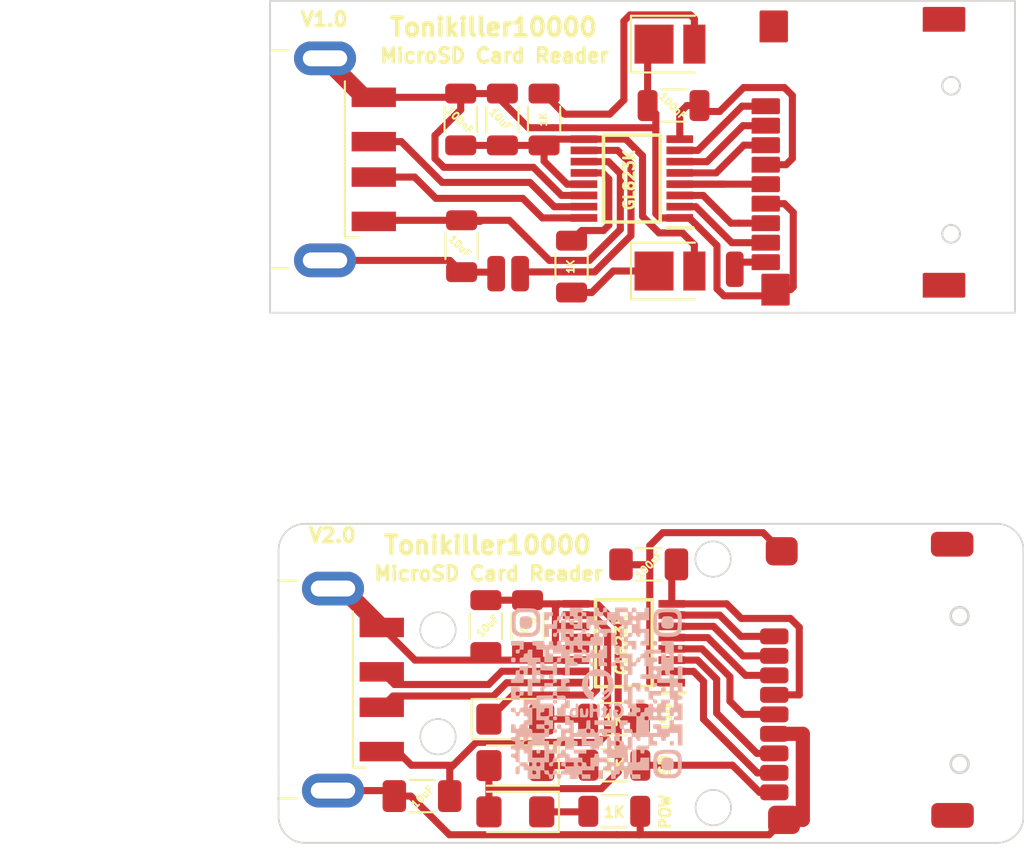
<source format=kicad_pcb>
(kicad_pcb (version 20211014) (generator pcbnew)
  (layers (0 "F.Cu" signal) (31 "B.Cu" signal) (34 "B.Paste" user) (35 "F.Paste" user) (36 "B.SilkS" user "B.Silkscreen") (37 "F.SilkS" user "F.Silkscreen") (38 "B.Mask" user) (39 "F.Mask" user) (44 "Edge.Cuts" user))
  (net 0 "")
  (net 1 "+")
  (net 2 "-")
  (footprint "LED_SMD:LED_PLCC_2835" (layer "F.Cu") (at 129.46 71.299999)
    (fp_text reference "D2" hide)
    (fp_text value "GREEN")
    (pad "1" smd rect (at -0.9 0) (size 2.2 2.2) (layers "F.Cu" "F.Paste" "F.Mask"))
    (pad "2" smd rect (at 1.375 0) (size 1.25 2.2) (layers "F.Cu" "F.Paste" "F.Mask"))
  )
  (footprint "Resistor_SMD:R_1206_3216Metric" (layer "F.Cu") (at 126.32717 111.98033)
    (fp_text reference "R1" hide)
    (fp_text value "1K" (at 0 0.05) (layer "F.SilkS") (effects (font (size 0.6 0.6))))
    (pad "1" smd roundrect (at -1.4625 0) (size 1.125 1.75) (layers "F.Cu" "F.Paste" "F.Mask") (roundrect_rratio 0.2222222222))
    (pad "2" smd roundrect (at 1.4625 0) (size 1.125 1.75) (layers "F.Cu" "F.Paste" "F.Mask") (roundrect_rratio 0.2222222222))
  )
  (footprint "Resistor_SMD:R_1206_3216Metric" (layer "F.Cu") (at 117.66 75.549999 -90)
    (fp_text reference "R1" hide)
    (fp_text value "100nF" (at 0.05 0.05 -45 unlocked) (layer "F.SilkS") (effects (font (size 0.4 0.4) (thickness 0.1))))
    (pad "1" smd roundrect (at -1.4625 0 270) (size 1.125 1.75) (layers "F.Cu" "F.Paste" "F.Mask") (roundrect_rratio 0.2222222222))
    (pad "2" smd roundrect (at 1.4625 0 270) (size 1.125 1.75) (layers "F.Cu" "F.Paste" "F.Mask") (roundrect_rratio 0.2222222222))
  )
  (footprint "" (layer "F.Cu") (at 145.36967 99.51033 90)
    (fp_text reference "" (at 0 0 90) (layer "F.SilkS") (effects (font (size 1.27 1.27))))
    (fp_text value "" (at 0 0 90) (layer "F.SilkS") (effects (font (size 1.27 1.27))))
    (pad "0" smd roundrect (at 0 0 180) (size 2.4 1.4) (layers "F.Cu" "F.Paste" "F.Mask"))
  )
  (footprint "LED_SMD:LED_PLCC_2835" (layer "F.Cu") (at 129.46 84.099999)
    (fp_text reference "D2" hide)
    (fp_text value "GREEN")
    (pad "1" smd rect (at -0.9 0) (size 2.2 2.2) (layers "F.Cu" "F.Paste" "F.Mask"))
    (pad "2" smd rect (at 1.375 0) (size 1.25 2.2) (layers "F.Cu" "F.Paste" "F.Mask"))
  )
  (footprint "" (layer "F.Cu") (at 135.33967 105.81033)
    (fp_text reference "" (at 0 0) (layer "F.SilkS") (effects (font (size 1.27 1.27))))
    (fp_text value "" (at 0 0) (layer "F.SilkS") (effects (font (size 1.27 1.27))))
    (pad "2" smd roundrect (at 0 0 90) (size 0.9 1.6) (layers "F.Cu" "F.Paste" "F.Mask"))
  )
  (footprint "" (layer "F.Cu") (at 135.33967 110.21033)
    (fp_text reference "" (at 0 0) (layer "F.SilkS") (effects (font (size 1.27 1.27))))
    (fp_text value "" (at 0 0) (layer "F.SilkS") (effects (font (size 1.27 1.27))))
    (pad "6" smd roundrect (at 0 0 90) (size 0.9 1.6) (layers "F.Cu" "F.Paste" "F.Mask"))
  )
  (footprint "" (layer "F.Cu") (at 135.88967 115.06033 90)
    (fp_text reference "" (at 0 0 90) (layer "F.SilkS") (effects (font (size 1.27 1.27))))
    (fp_text value "" (at 0 0 90) (layer "F.SilkS") (effects (font (size 1.27 1.27))))
    (pad "0" smd roundrect (at 0 0 180) (size 1.8 1.6) (layers "F.Cu" "F.Paste" "F.Mask"))
  )
  (footprint "Resistor_SMD:R_1206_3216Metric" (layer "F.Cu") (at 121.42967 104.13033 90)
    (fp_text reference "R1" hide)
    (fp_text value "100nF" (at 0.05 0.05 45 unlocked) (layer "F.SilkS") (effects (font (size 0.4 0.4) (thickness 0.1))))
    (pad "1" smd roundrect (at -1.4625 0 90) (size 1.125 1.75) (layers "F.Cu" "F.Paste" "F.Mask") (roundrect_rratio 0.2222222222))
    (pad "2" smd roundrect (at 1.4625 0 90) (size 1.125 1.75) (layers "F.Cu" "F.Paste" "F.Mask") (roundrect_rratio 0.2222222222))
  )
  (footprint "GL823K:SOP64P600X175-16N" (layer "F.Cu") (at 127.31 78.881999 180)
    (fp_text reference "IC**" hide)
    (fp_text value "GL823K" (at 0.15 -0.0825 90) (layer "F.SilkS") (effects (font (size 0.6 0.6))))
    (pad "1" smd rect (at -2.7 -2.222 270) (size 0.435 1.5) (layers "F.Cu" "F.Paste" "F.Mask"))
    (pad "2" smd rect (at -2.7 -1.588 270) (size 0.435 1.5) (layers "F.Cu" "F.Paste" "F.Mask"))
    (pad "3" smd rect (at -2.7 -0.952 270) (size 0.435 1.5) (layers "F.Cu" "F.Paste" "F.Mask"))
    (pad "4" smd rect (at -2.7 -0.318 270) (size 0.435 1.5) (layers "F.Cu" "F.Paste" "F.Mask"))
    (pad "5" smd rect (at -2.7 0.318 270) (size 0.435 1.5) (layers "F.Cu" "F.Paste" "F.Mask"))
    (pad "6" smd rect (at -2.7 0.952 270) (size 0.435 1.5) (layers "F.Cu" "F.Paste" "F.Mask"))
    (pad "7" smd rect (at -2.7 1.588 270) (size 0.435 1.5) (layers "F.Cu" "F.Paste" "F.Mask"))
    (pad "8" smd rect (at -2.7 2.222 270) (size 0.435 1.5) (layers "F.Cu" "F.Paste" "F.Mask"))
    (pad "9" smd rect (at 2.7 2.222 270) (size 0.435 1.5) (layers "F.Cu" "F.Paste" "F.Mask"))
    (pad "10" smd rect (at 2.7 1.588 270) (size 0.435 1.5) (layers "F.Cu" "F.Paste" "F.Mask"))
    (pad "11" smd rect (at 2.7 0.952 270) (size 0.435 1.5) (layers "F.Cu" "F.Paste" "F.Mask"))
    (pad "12" smd rect (at 2.7 0.318 270) (size 0.435 1.5) (layers "F.Cu" "F.Paste" "F.Mask"))
    (pad "13" smd rect (at 2.7 -0.318 270) (size 0.435 1.5) (layers "F.Cu" "F.Paste" "F.Mask"))
    (pad "14" smd rect (at 2.7 -0.952 270) (size 0.435 1.5) (layers "F.Cu" "F.Paste" "F.Mask"))
    (pad "15" smd rect (at 2.7 -1.588 270) (size 0.435 1.5) (layers "F.Cu" "F.Paste" "F.Mask"))
    (pad "16" smd rect (at 2.7 -2.222 270) (size 0.435 1.5) (layers "F.Cu" "F.Paste" "F.Mask"))
  )
  (footprint "Capacitor_SMD:C_1206_3216Metric_Pad1.33x1.80mm_HandSolder" (layer "F.Cu") (at 115.47967 113.72033 180)
    (fp_text reference "REF**" hide)
    (fp_text value "10uF" (at -0.02 -0.05 225) (layer "F.SilkS") (effects (font (size 0.4 0.4) (thickness 0.1))))
    (pad "1" smd roundrect (at -1.5625 0 180) (size 1.325 1.8) (layers "F.Cu" "F.Paste" "F.Mask") (roundrect_rratio 0.188679))
    (pad "2" smd roundrect (at 1.5625 0 180) (size 1.325 1.8) (layers "F.Cu" "F.Paste" "F.Mask") (roundrect_rratio 0.188679))
  )
  (footprint "GL823K:SOP64P600X175-16N" (layer "F.Cu") (at 126.85967 105.09783 180)
    (fp_text reference "IC**" hide)
    (fp_text value "GL823K" (at 0.15 -0.0825 90) (layer "F.SilkS") (effects (font (size 0.6 0.6))))
    (pad "1" smd rect (at -2.7 -2.222 270) (size 0.435 1.5) (layers "F.Cu" "F.Paste" "F.Mask"))
    (pad "2" smd rect (at -2.7 -1.588 270) (size 0.435 1.5) (layers "F.Cu" "F.Paste" "F.Mask"))
    (pad "3" smd rect (at -2.7 -0.952 270) (size 0.435 1.5) (layers "F.Cu" "F.Paste" "F.Mask"))
    (pad "4" smd rect (at -2.7 -0.318 270) (size 0.435 1.5) (layers "F.Cu" "F.Paste" "F.Mask"))
    (pad "5" smd rect (at -2.7 0.318 270) (size 0.435 1.5) (layers "F.Cu" "F.Paste" "F.Mask"))
    (pad "6" smd rect (at -2.7 0.952 270) (size 0.435 1.5) (layers "F.Cu" "F.Paste" "F.Mask"))
    (pad "7" smd rect (at -2.7 1.588 270) (size 0.435 1.5) (layers "F.Cu" "F.Paste" "F.Mask"))
    (pad "8" smd rect (at -2.7 2.222 270) (size 0.435 1.5) (layers "F.Cu" "F.Paste" "F.Mask"))
    (pad "9" smd rect (at 2.7 2.222 270) (size 0.435 1.5) (layers "F.Cu" "F.Paste" "F.Mask"))
    (pad "10" smd rect (at 2.7 1.588 270) (size 0.435 1.5) (layers "F.Cu" "F.Paste" "F.Mask"))
    (pad "11" smd rect (at 2.7 0.952 270) (size 0.435 1.5) (layers "F.Cu" "F.Paste" "F.Mask"))
    (pad "12" smd rect (at 2.7 0.318 270) (size 0.435 1.5) (layers "F.Cu" "F.Paste" "F.Mask"))
    (pad "13" smd rect (at 2.7 -0.318 270) (size 0.435 1.5) (layers "F.Cu" "F.Paste" "F.Mask"))
    (pad "14" smd rect (at 2.7 -0.952 270) (size 0.435 1.5) (layers "F.Cu" "F.Paste" "F.Mask"))
    (pad "15" smd rect (at 2.7 -1.588 270) (size 0.435 1.5) (layers "F.Cu" "F.Paste" "F.Mask") (net 1 "+"))
    (pad "16" smd rect (at 2.7 -2.222 270) (size 0.435 1.5) (layers "F.Cu" "F.Paste" "F.Mask") (net 2 "-"))
  )
  (footprint "Resistor_SMD:R_1206_3216Metric" (layer "F.Cu") (at 126.30717 109.38033)
    (fp_text reference "R1" hide)
    (fp_text value "1K" (at 0 0.05) (layer "F.SilkS") (effects (font (size 0.6 0.6))))
    (pad "1" smd roundrect (at -1.4625 0) (size 1.125 1.75) (layers "F.Cu" "F.Paste" "F.Mask") (roundrect_rratio 0.2222222222))
    (pad "2" smd roundrect (at 1.4625 0) (size 1.125 1.75) (layers "F.Cu" "F.Paste" "F.Mask") (roundrect_rratio 0.2222222222))
  )
  (footprint "" (layer "F.Cu") (at 133.11 83.999999 -90)
    (fp_text reference "" (at 0 0 90) (layer "F.SilkS") (effects (font (size 1.27 1.27))))
    (fp_text value "" (at 0 0 90) (layer "F.SilkS") (effects (font (size 1.27 1.27))))
    (pad "1" smd roundrect (at 0 0) (size 1 2) (layers "F.Cu" "F.Paste" "F.Mask"))
  )
  (footprint "" (layer "F.Cu") (at 145.38967 114.81033 90)
    (fp_text reference "" (at 0 0 90) (layer "F.SilkS") (effects (font (size 1.27 1.27))))
    (fp_text value "" (at 0 0 90) (layer "F.SilkS") (effects (font (size 1.27 1.27))))
    (pad "0" smd roundrect (at 0 0 180) (size 2.4 1.4) (layers "F.Cu" "F.Paste" "F.Mask"))
  )
  (footprint "Resistor_SMD:R_1206_3216Metric" (layer "F.Cu") (at 126.31717 114.58033)
    (fp_text reference "R1" hide)
    (fp_text value "1K" (at 0 0.05) (layer "F.SilkS") (effects (font (size 0.6 0.6))))
    (pad "1" smd roundrect (at -1.4625 0) (size 1.125 1.75) (layers "F.Cu" "F.Paste" "F.Mask") (roundrect_rratio 0.2222222222))
    (pad "2" smd roundrect (at 1.4625 0) (size 1.125 1.75) (layers "F.Cu" "F.Paste" "F.Mask") (roundrect_rratio 0.2222222222))
  )
  (footprint "Connector_Wire:SolderWirePad_1x01_SMD_1x2mm" (layer "F.Cu") (at 135.33967 104.71033 90)
    (fp_text reference "REF**" hide)
    (fp_text value "SolderWirePad_1x01_SMD_1x2mm")
    (pad "1" smd roundrect (at 0 0 90) (size 0.9 1.6) (layers "F.Cu" "F.Paste" "F.Mask"))
  )
  (footprint "" (layer "F.Cu") (at 135.33967 111.31033)
    (fp_text reference "" (at 0 0) (layer "F.SilkS") (effects (font (size 1.27 1.27))))
    (fp_text value "" (at 0 0) (layer "F.SilkS") (effects (font (size 1.27 1.27))))
    (pad "7" smd roundrect (at 0 0 90) (size 0.9 1.6) (layers "F.Cu" "F.Paste" "F.Mask"))
  )
  (footprint "Resistor_SMD:R_1206_3216Metric" (layer "F.Cu") (at 117.71 82.699999 -90)
    (fp_text reference "R1" hide)
    (fp_text value "10uF" (at 0 0.1 -45 unlocked) (layer "F.SilkS") (effects (font (size 0.4 0.4) (thickness 0.1))))
    (pad "1" smd roundrect (at -1.4625 0 270) (size 1.125 1.75) (layers "F.Cu" "F.Paste" "F.Mask") (roundrect_rratio 0.2222222222))
    (pad "2" smd roundrect (at 1.4625 0 270) (size 1.125 1.75) (layers "F.Cu" "F.Paste" "F.Mask") (roundrect_rratio 0.2222222222))
  )
  (footprint "Connector_Wire:SolderWirePad_1x01_SMD_1x2mm" (layer "F.Cu") (at 119.66 84.249999)
    (fp_text reference "REF**" hide)
    (fp_text value "SolderWirePad_1x01_SMD_1x2mm")
    (pad "1" smd roundrect (at 0 0) (size 1 2) (layers "F.Cu" "F.Paste" "F.Mask"))
  )
  (footprint "" (layer "F.Cu") (at 135.33967 113.51033)
    (fp_text reference "" (at 0 0) (layer "F.SilkS") (effects (font (size 1.27 1.27))))
    (fp_text value "" (at 0 0) (layer "F.SilkS") (effects (font (size 1.27 1.27))))
    (pad "9" smd roundrect (at 0 0 90) (size 0.9 1.6) (layers "F.Cu" "F.Paste" "F.Mask"))
  )
  (footprint "LED_SMD:LED_1206_3216Metric_Pad1.42x1.75mm_HandSolder" (layer "F.Cu") (at 120.73717 109.38033)
    (fp_text reference "REF**" hide)
    (fp_text value "LED_1206_3216Metric_Pad1.42x1.75mm_HandSolder")
    (pad "1" smd roundrect (at -1.4875 0) (size 1.425 1.75) (layers "F.Cu" "F.Paste" "F.Mask") (roundrect_rratio 0.175439))
    (pad "2" smd roundrect (at 1.4875 0) (size 1.425 1.75) (layers "F.Cu" "F.Paste" "F.Mask") (roundrect_rratio 0.175439))
  )
  (footprint "" (layer "F.Cu") (at 135.75967 99.91033 90)
    (fp_text reference "" (at 0 0 90) (layer "F.SilkS") (effects (font (size 1.27 1.27))))
    (fp_text value "" (at 0 0 90) (layer "F.SilkS") (effects (font (size 1.27 1.27))))
    (pad "0" smd roundrect (at 0 0 180) (size 1.8 1.6) (layers "F.Cu" "F.Paste" "F.Mask"))
  )
  (footprint "" (layer "F.Cu") (at 135.33967 112.41033)
    (fp_text reference "" (at 0 0) (layer "F.SilkS") (effects (font (size 1.27 1.27))))
    (fp_text value "" (at 0 0) (layer "F.SilkS") (effects (font (size 1.27 1.27))))
    (pad "8" smd roundrect (at 0 0 90) (size 0.9 1.6) (layers "F.Cu" "F.Paste" "F.Mask"))
  )
  (footprint "Connector_Wire:SolderWirePad_1x01_SMD_1x2mm" (layer "F.Cu") (at 121.01 84.249999)
    (fp_text reference "REF**" hide)
    (fp_text value "SolderWirePad_1x01_SMD_1x2mm")
    (pad "1" smd roundrect (at 0 0) (size 1 2) (layers "F.Cu" "F.Paste" "F.Mask"))
  )
  (footprint "LED_SMD:LED_1206_3216Metric_Pad1.42x1.75mm_HandSolder" (layer "F.Cu") (at 120.73967 114.61033 180)
    (fp_text reference "REF**" hide)
    (fp_text value "LED_1206_3216Metric_Pad1.42x1.75mm_HandSolder")
    (pad "1" smd roundrect (at -1.4875 0 180) (size 1.425 1.75) (layers "F.Cu" "F.Paste" "F.Mask") (roundrect_rratio 0.175439))
    (pad "2" smd roundrect (at 1.4875 0 180) (size 1.425 1.75) (layers "F.Cu" "F.Paste" "F.Mask") (roundrect_rratio 0.175439))
  )
  (footprint "Connector_USB:USB_A_CNCTech_1001-011-01101_Horizontal" (layer "F.Cu") (at 103.55967 107.71033 180)
    (fp_text reference "J1" hide)
    (fp_text value "USB_A")
    (pad "" np_thru_hole circle (at -6.9 2.3 180) (size 1.1 1.1) (drill 1.1) (layers *.Cu *.Mask))
    (pad "" np_thru_hole circle (at -6.9 -2.3 180) (size 1.1 1.1) (drill 1.1) (layers *.Cu *.Mask))
    (pad "1" smd rect (at -9.65 -3.5 180) (size 2.5 1.1) (layers "F.Cu" "F.Paste" "F.Mask"))
    (pad "2" smd rect (at -9.65 -1 180) (size 2.5 1.1) (layers "F.Cu" "F.Paste" "F.Mask") (net 2 "-"))
    (pad "3" smd rect (at -9.65 1 180) (size 2.5 1.1) (layers "F.Cu" "F.Paste" "F.Mask") (net 1 "+"))
    (pad "4" smd rect (at -9.65 3.5 180) (size 2.5 1.1) (layers "F.Cu" "F.Paste" "F.Mask"))
    (pad "5" thru_hole oval (at -6.9 5.7 180) (size 3.5 1.9) (drill oval 2.5 0.9) (layers *.Cu *.Mask))
    (pad "5" thru_hole oval (at -6.9 -5.7 180) (size 3.5 1.9) (drill oval 2.5 0.9) (layers *.Cu *.Mask))
  )
  (footprint "LED_SMD:LED_1206_3216Metric_Pad1.42x1.75mm_HandSolder" (layer "F.Cu") (at 120.73967 112.00033 180)
    (fp_text reference "REF**" hide)
    (fp_text value "LED_1206_3216Metric_Pad1.42x1.75mm_HandSolder")
    (pad "1" smd roundrect (at -1.4875 0 180) (size 1.425 1.75) (layers "F.Cu" "F.Paste" "F.Mask") (roundrect_rratio 0.175439))
    (pad "2" smd roundrect (at 1.4875 0 180) (size 1.425 1.75) (layers "F.Cu" "F.Paste" "F.Mask") (roundrect_rratio 0.175439))
  )
  (footprint "" (layer "F.Cu") (at 135.33967 108.01033)
    (fp_text reference "" (at 0 0) (layer "F.SilkS") (effects (font (size 1.27 1.27))))
    (fp_text value "" (at 0 0) (layer "F.SilkS") (effects (font (size 1.27 1.27))))
    (pad "4" smd roundrect (at 0 0 90) (size 0.9 1.6) (layers "F.Cu" "F.Paste" "F.Mask"))
  )
  (footprint "clipboard:b317c382-ba17-4104-904d-3b8d31d034b7" (layer "F.Cu") (at 144.61 69.849999 90)
    (fp_text reference "" (at -0.15 1.4 90) (layer "F.SilkS") (effects (font (size 1.27 1.27))))
    (fp_text value "" (at -0.15 1.4 90) (layer "F.SilkS") (effects (font (size 1.27 1.27))))
    (fp_rect (start -9.7 -10.45) (end -9 -9.05) (layer "F.Cu") (width 0.2) (fill solid))
    (fp_rect (start -6.4 -10.45) (end -5.7 -9.05) (layer "F.Cu") (width 0.2) (fill solid))
    (fp_rect (start -7.5 -10.45) (end -6.8 -9.05) (layer "F.Cu") (width 0.2) (fill solid))
    (fp_rect (start -8.6 -10.45) (end -7.9 -9.05) (layer "F.Cu") (width 0.2) (fill solid))
    (fp_rect (start -10.8 -10.45) (end -10.1 -9.05) (layer "F.Cu") (width 0.2) (fill solid))
    (fp_rect (start -15.65 -0.8) (end -14.45 1.4) (layer "F.Cu") (width 0.2) (fill solid))
    (fp_rect (start -5.3 -10.45) (end -4.6 -9.05) (layer "F.Cu") (width 0.2) (fill solid))
    (fp_rect (start -0.65 -0.8) (end 0.55 1.4) (layer "F.Cu") (width 0.2) (fill solid))
    (fp_rect (start -13 -10.45) (end -12.3 -9.05) (layer "F.Cu") (width 0.2) (fill solid))
    (fp_rect (start -16.1 -9.9) (end -14.5 -8.5) (layer "F.Cu") (width 0.2) (fill solid))
    (fp_rect (start -11.9 -10.45) (end -11.2 -9.05) (layer "F.Cu") (width 0.2) (fill solid))
    (fp_rect (start -14.1 -10.45) (end -13.4 -9.05) (layer "F.Cu") (width 0.2) (fill solid))
    (fp_rect (start -1.25 -10) (end 0.35 -8.6) (layer "F.Cu") (width 0.2) (fill solid))
    (fp_circle (center -3.8 0.7) (end -3.3 0.7) (layer "Edge.Cuts") (width 0.12) (fill none))
    (fp_circle (center -12.15 0.7) (end -11.65 0.7) (layer "Edge.Cuts") (width 0.12) (fill none))
  )
  (footprint "" (layer "F.Cu") (at 135.33967 109.11033)
    (fp_text reference "" (at 0 0) (layer "F.SilkS") (effects (font (size 1.27 1.27))))
    (fp_text value "" (at 0 0) (layer "F.SilkS") (effects (font (size 1.27 1.27))))
    (pad "5" smd roundrect (at 0 0 90) (size 0.9 1.6) (layers "F.Cu" "F.Paste" "F.Mask"))
  )
  (footprint "Connector_USB:USB_A_CNCTech_1001-011-01101_Horizontal" (layer "F.Cu") (at 103.11 77.799999 180)
    (fp_text reference "J1" hide)
    (fp_text value "USB_A")
    (pad "" np_thru_hole circle (at -6.9 2.3 180) (size 1.1 1.1) (drill 1.1) (layers *.Cu *.Mask))
    (pad "" np_thru_hole circle (at -6.9 -2.3 180) (size 1.1 1.1) (drill 1.1) (layers *.Cu *.Mask))
    (pad "1" smd rect (at -9.65 -3.5 180) (size 2.5 1.1) (layers "F.Cu" "F.Paste" "F.Mask"))
    (pad "2" smd rect (at -9.65 -1 180) (size 2.5 1.1) (layers "F.Cu" "F.Paste" "F.Mask"))
    (pad "3" smd rect (at -9.65 1 180) (size 2.5 1.1) (layers "F.Cu" "F.Paste" "F.Mask"))
    (pad "4" smd rect (at -9.65 3.5 180) (size 2.5 1.1) (layers "F.Cu" "F.Paste" "F.Mask"))
    (pad "5" thru_hole oval (at -6.9 5.7 180) (size 3.5 1.9) (drill oval 2.5 0.9) (layers *.Cu *.Mask))
    (pad "5" thru_hole oval (at -6.9 -5.7 180) (size 3.5 1.9) (drill oval 2.5 0.9) (layers *.Cu *.Mask))
  )
  (footprint "Resistor_SMD:R_1206_3216Metric" (layer "F.Cu") (at 129.66 74.764499)
    (fp_text reference "R1" hide)
    (fp_text value "100nF" (at -0.05 0.0355 135) (layer "F.SilkS") (effects (font (size 0.4 0.4) (thickness 0.1))))
    (pad "1" smd roundrect (at -1.4625 0) (size 1.125 1.75) (layers "F.Cu" "F.Paste" "F.Mask") (roundrect_rratio 0.2222222222))
    (pad "2" smd roundrect (at 1.4625 0) (size 1.125 1.75) (layers "F.Cu" "F.Paste" "F.Mask") (roundrect_rratio 0.2222222222))
  )
  (footprint "Resistor_SMD:R_1206_3216Metric" (layer "F.Cu") (at 120.01 75.549999 -90)
    (fp_text reference "R1" hide)
    (fp_text value "10uF" (at 0 0.1 -45 unlocked) (layer "F.SilkS") (effects (font (size 0.4 0.4) (thickness 0.1))))
    (pad "1" smd roundrect (at -1.4625 0 270) (size 1.125 1.75) (layers "F.Cu" "F.Paste" "F.Mask") (roundrect_rratio 0.2222222222))
    (pad "2" smd roundrect (at 1.4625 0 270) (size 1.125 1.75) (layers "F.Cu" "F.Paste" "F.Mask") (roundrect_rratio 0.2222222222))
  )
  (footprint "Resistor_SMD:R_1206_3216Metric" (layer "F.Cu") (at 122.36 75.549999 -90)
    (fp_text reference "R1" hide)
    (fp_text value "1K" (at 0 0.05 90) (layer "F.SilkS") (effects (font (size 0.4 0.4) (thickness 0.1))))
    (pad "1" smd roundrect (at -1.4625 0 270) (size 1.125 1.75) (layers "F.Cu" "F.Paste" "F.Mask") (roundrect_rratio 0.2222222222))
    (pad "2" smd roundrect (at 1.4625 0 270) (size 1.125 1.75) (layers "F.Cu" "F.Paste" "F.Mask") (roundrect_rratio 0.2222222222))
  )
  (footprint "" (layer "F.Cu") (at 135.33967 106.91033)
    (fp_text reference "" (at 0 0) (layer "F.SilkS") (effects (font (size 1.27 1.27))))
    (fp_text value "" (at 0 0) (layer "F.SilkS") (effects (font (size 1.27 1.27))))
    (pad "3" smd roundrect (at 0 0 90) (size 0.9 1.6) (layers "F.Cu" "F.Paste" "F.Mask"))
  )
  (footprint "Resistor_SMD:R_1206_3216Metric" (layer "F.Cu") (at 119.07967 104.13033 90)
    (fp_text reference "R1" hide)
    (fp_text value "10uF" (at 0 0.1 45 unlocked) (layer "F.SilkS") (effects (font (size 0.4 0.4) (thickness 0.1))))
    (pad "1" smd roundrect (at -1.4625 0 90) (size 1.125 1.75) (layers "F.Cu" "F.Paste" "F.Mask") (roundrect_rratio 0.2222222222))
    (pad "2" smd roundrect (at 1.4625 0 90) (size 1.125 1.75) (layers "F.Cu" "F.Paste" "F.Mask") (roundrect_rratio 0.2222222222))
  )
  (footprint "Resistor_SMD:R_1206_3216Metric" (layer "F.Cu") (at 123.91 83.849999 -90)
    (fp_text reference "R1" hide)
    (fp_text value "1K" (at 0 0.05 90) (layer "F.SilkS") (effects (font (size 0.4 0.4) (thickness 0.1))))
    (pad "1" smd roundrect (at -1.4625 0 270) (size 1.125 1.75) (layers "F.Cu" "F.Paste" "F.Mask") (roundrect_rratio 0.2222222222))
    (pad "2" smd roundrect (at 1.4625 0 270) (size 1.125 1.75) (layers "F.Cu" "F.Paste" "F.Mask") (roundrect_rratio 0.2222222222))
  )
  (footprint "Capacitor_SMD:C_1206_3216Metric_Pad1.33x1.80mm_HandSolder" (layer "F.Cu") (at 128.25967 100.65033 180)
    (fp_text reference "REF**" hide)
    (fp_text value "100nF" (at -0.02 -0.05 225) (layer "F.SilkS") (effects (font (size 0.4 0.4) (thickness 0.1))))
    (pad "1" smd roundrect (at -1.5625 0 180) (size 1.325 1.8) (layers "F.Cu" "F.Paste" "F.Mask") (roundrect_rratio 0.188679))
    (pad "2" smd roundrect (at 1.5625 0 180) (size 1.325 1.8) (layers "F.Cu" "F.Paste" "F.Mask") (roundrect_rratio 0.188679))
  )
  (footprint "LOGO" (layer "B.Cu") (at 125.386445 107.938815 180)
    (fp_text reference "G***" hide)
    (fp_text value "LOGO" hide)
  )
  (gr_line (start 107.39033 114.85967) (end 107.38967 99.86033) (layer "Edge.Cuts") (width 0.1))
  (gr_arc (start 149.38967 114.86033) (mid 148.95033 115.92099) (end 147.88967 116.36033) (layer "Edge.Cuts") (width 0.1))
  (gr_rect (start 106.91 68.86) (end 148.91 86.45) (layer "Edge.Cuts") (width 0.1) (fill none))
  (gr_circle (center 145.78967 103.56033) (end 146.28967 103.56033) (layer "Edge.Cuts") (width 0.15) (fill none))
  (gr_arc (start 107.38967 99.86033) (mid 107.82901 98.79967) (end 108.88967 98.36033) (layer "Edge.Cuts") (width 0.1))
  (gr_arc (start 108.89033 116.35967) (mid 107.82967 115.92033) (end 107.39033 114.85967) (layer "Edge.Cuts") (width 0.1))
  (gr_circle (center 131.89967 114.37033) (end 132.89967 114.37033) (layer "Edge.Cuts") (width 0.1) (fill none))
  (gr_line (start 149.38967 99.86033) (end 149.38967 114.86033) (layer "Edge.Cuts") (width 0.1))
  (gr_circle (center 145.78967 111.91033) (end 146.28967 111.91033) (layer "Edge.Cuts") (width 0.15) (fill none))
  (gr_line (start 147.88967 116.36033) (end 108.89033 116.35967) (layer "Edge.Cuts") (width 0.1))
  (gr_circle (center 116.37967 104.35033) (end 117.37967 104.35033) (layer "Edge.Cuts") (width 0.1) (fill none))
  (gr_arc (start 147.88967 98.36033) (mid 148.95033 98.79967) (end 149.38967 99.86033) (layer "Edge.Cuts") (width 0.1))
  (gr_line (start 108.88967 98.36033) (end 147.88967 98.36033) (layer "Edge.Cuts") (width 0.1))
  (gr_circle (center 116.37967 110.37033) (end 117.37967 110.37033) (layer "Edge.Cuts") (width 0.1) (fill none))
  (gr_circle (center 131.88967 100.35033) (end 132.88967 100.35033) (layer "Edge.Cuts") (width 0.1) (fill none))
  (gr_text "V2.0\n\n" (at 110.42967 99.65033) (layer "F.SilkS") (effects (font (size 0.8 0.8) (thickness 0.2))))
  (gr_text "POW" (at 129.19 114.61 90) (layer "F.SilkS") (effects (font (size 0.6 0.6))))
  (gr_text "MicroSD Card Reader" (at 119.56 71.949999) (layer "F.SilkS") (effects (font (size 0.8 0.8) (thickness 0.2))))
  (gr_text "SD" (at 129.17 111.99 90) (layer "F.SilkS") (effects (font (size 0.6 0.6))))
  (gr_text "\n" (at 126.525999 70.97 180) (layer "F.SilkS") (effects (font (size 1 1) (thickness 0.25))))
  (gr_text "USB" (at 129.23 109.39 90) (layer "F.SilkS") (effects (font (size 0.6 0.6))))
  (gr_text "Tonikiller10000\n" (at 119.51 70.349999) (layer "F.SilkS") (effects (font (size 1 1) (thickness 0.25))))
  (gr_text "V1.0" (at 109.96 69.899999) (layer "F.SilkS") (effects (font (size 0.8 0.8) (thickness 0.2))))
  (gr_text "MicroSD Card Reader" (at 119.22967 101.17033) (layer "F.SilkS") (effects (font (size 0.8 0.8) (thickness 0.2))))
  (gr_text "Tonikiller10000\n" (at 119.17967 99.57033) (layer "F.SilkS") (effects (font (size 1 1) (thickness 0.25))))
  (segment (start 131.0305 77.293999) (end 130.01 77.293999) (width 0.4) (layer "F.Cu") (net 0))
  (segment (start 126.06 75.249999) (end 123.5225 75.249999) (width 0.4) (layer "F.Cu") (net 0))
  (segment (start 128.1975 71.662499) (end 128.1975 74.764499) (width 0.4) (layer "F.Cu") (net 0))
  (segment (start 133.36 81.399999) (end 134.86 81.399999) (width 0.4) (layer "F.Cu") (net 0))
  (segment (start 132.83967 106.99033) (end 132.83967 108.37033) (width 0.4) (layer "F.Cu") (net 0))
  (segment (start 131.34967 107.25033) (end 130.78517 106.68583) (width 0.4) (layer "F.Cu") (net 0))
  (segment (start 117.4475 74.299999) (end 112.76 74.299999) (width 0.4) (layer "F.Cu") (net 0))
  (segment (start 123.25517 105.41583) (end 122.99967 105.16033) (width 0.4) (layer "F.Cu") (net 0))
  (segment (start 117.71 84.162499) (end 117.0475 83.499999) (width 0.4) (layer "F.Cu") (net 0))
  (segment (start 136.41 80.799999) (end 135.91 80.299999) (width 0.4) (layer "F.Cu") (net 0))
  (segment (start 125.21 84.149999) (end 127.26 82.099999) (width 0.4) (layer "F.Cu") (net 0))
  (segment (start 128.66 76.064499) (end 128.66 75.226999) (width 0.4) (layer "F.Cu") (net 0))
  (segment (start 130.01 81.103999) (end 130.5495 81.103999) (width 0.4) (layer "F.Cu") (net 0))
  (segment (start 124.15967 104.14583) (end 123.01517 104.14583) (width 0.4) (layer "F.Cu") (net 0))
  (segment (start 133.45967 104.71033) (end 135.33967 104.71033) (width 0.4) (layer "F.Cu") (net 0))
  (segment (start 133.51 83.599999) (end 133.11 83.999999) (width 0.4) (layer "F.Cu") (net 0))
  (segment (start 126.53967 104.07033) (end 126.53967 109.46033) (width 0.4) (layer "F.Cu") (net 0))
  (segment (start 124.61 80.469999) (end 122.93 80.469999) (width 0.4) (layer "F.Cu") (net 0))
  (segment (start 125.71 81.814499) (end 124.483 81.814499) (width 0.4) (layer "F.Cu") (net 0))
  (segment (start 127.91 81.014499) (end 128.8455 81.949999) (width 0.4) (layer "F.Cu") (net 0))
  (segment (start 129.55967 102.87583) (end 132.65517 102.87583) (width 0.4) (layer "F.Cu") (net 0))
  (segment (start 123.344 79.833999) (end 124.61 79.833999) (width 0.4) (layer "F.Cu") (net 0))
  (segment (start 134.51 83.599999) (end 133.51 83.599999) (width 0.4) (layer "F.Cu") (net 0))
  (segment (start 128.56 71.299999) (end 128.1975 71.662499) (width 0.4) (layer "F.Cu") (net 0))
  (segment (start 126.53967 109.46033) (end 126.61967 109.38033) (width 0.4) (layer "F.Cu") (net 0))
  (segment (start 134.37967 112.41033) (end 131.34967 109.38033) (width 0.4) (layer "F.Cu") (net 0))
  (segment (start 134.70967 98.86033) (end 135.75967 99.91033) (width 0.4) (layer "F.Cu") (net 0))
  (segment (start 130.835 71.299999) (end 130.835 69.874999) (width 0.4) (layer "F.Cu") (net 0))
  (segment (start 124.82467 114.61033) (end 124.85467 114.58033) (width 0.4) (layer "F.Cu") (net 0))
  (segment (start 122.8455 76.014499) (end 121.4745 76.014499) (width 0.4) (layer "F.Cu") (net 0))
  (segment (start 119.25967 113.28033) (end 119.25217 113.28783) (width 0.4) (layer "F.Cu") (net 0))
  (segment (start 133.5245 74.799999) (end 131.0305 77.293999) (width 0.4) (layer "F.Cu") (net 0))
  (segment (start 120.3975 81.237499) (end 117.71 81.237499) (width 0.4) (layer "F.Cu") (net 0))
  (segment (start 127.26 82.099999) (end 127.26 78.049999) (width 0.4) (layer "F.Cu") (net 0))
  (segment (start 126.71717 100.67033) (end 126.69717 100.65033) (width 0.4) (layer "F.Cu") (net 0))
  (segment (start 133.5745 75.899999) (end 131.5445 77.929999) (width 0.4) (layer "F.Cu") (net 0))
  (segment (start 128.31967 100.66033) (end 128.31967 99.59033) (width 0.4) (layer "F.Cu") (net 0))
  (segment (start 130.16 81.949999) (end 130.835 82.624999) (width 0.4) (layer "F.Cu") (net 0))
  (segment (start 135.33967 110.21033) (end 136.94967 110.21033) (width 0.8) (layer "F.Cu") (net 0))
  (segment (start 134.51467 113.51033) (end 133.20717 112.20283) (width 0.4) (layer "F.Cu") (net 0))
  (segment (start 126.66 81.749999) (end 124.91 83.499999) (width 0.4) (layer "F.Cu") (net 0))
  (segment (start 123.5225 75.249999) (end 122.36 74.087499) (width 0.4) (layer "F.Cu") (net 0))
  (segment (start 130.01 75.164499) (end 130.41 74.764499) (width 0.4) (layer "F.Cu") (net 0))
  (segment (start 131.26517 105.41583) (end 132.83967 106.99033) (width 0.4) (layer "F.Cu") (net 0))
  (segment (start 124.61 81.103999) (end 122.264 81.103999) (width 0.4) (layer "F.Cu") (net 0))
  (segment (start 116.21 77.749999) (end 116.71 78.249999) (width 0.4) (layer "F.Cu") (net 0))
  (segment (start 124.61 78.563999) (end 125.6595 78.563999) (width 0.4) (layer "F.Cu") (net 0))
  (segment (start 128.66 80.864499) (end 128.66 76.064499) (width 0.4) (layer "F.Cu") (net 0))
  (segment (start 129.55967 107.31983) (end 128.31967 107.31983) (width 0.4) (layer "F.Cu") (net 0))
  (segment (start 130.01 79.199999) (end 134.86 79.199999) (width 0.4) (layer "F.Cu") (net 0))
  (segment (start 111.00967 102.01033) (end 110.48967 102.01033) (width 1) (layer "F.Cu") (net 0))
  (segment (start 126.86 74.449999) (end 126.06 75.249999) (width 0.4) (layer "F.Cu") (net 0))
  (segment (start 132.98467 111.98033) (end 127.78967 111.98033) (width 0.4) (layer "F.Cu") (net 0))
  (segment (start 117.02 115.9) (end 126.46 115.9) (width 0.4) (layer "F.Cu") (net 0))
  (segment (start 126.46 115.9) (end 127.74 115.9) (width 0.4) (layer "F.Cu") (net 0))
  (segment (start 117.66 74.999999) (end 116.21 76.449999) (width 0.4) (layer "F.Cu") (net 0))
  (segment (start 127.91 77.599999) (end 127.91 81.014499) (width 0.4) (layer "F.Cu") (net 0))
  (segment (start 121.01 84.249999) (end 121.11 84.149999) (width 0.4) (layer "F.Cu") (net 0))
  (segment (start 126.01 78.914499) (end 126.01 81.514499) (width 0.4) (layer "F.Cu") (net 0))
  (segment (start 125.0475 85.312499) (end 126.26 84.099999) (width 0.4) (layer "F.Cu") (net 0))
  (segment (start 124.61 76.659999) (end 122.7125 76.659999) (width 0.4) (layer "F.Cu") (net 0))
  (segment (start 117.23967 111.98033) (end 118.52967 110.69033) (width 0.4) (layer "F.Cu") (net 0))
  (segment (start 130.835 69.874999) (end 130.61 69.649999) (width 0.4) (layer "F.Cu") (net 0))
  (segment (start 124.91 83.499999) (end 122.66 83.499999) (width 0.4) (layer "F.Cu") (net 0))
  (segment (start 128.31967 99.59033) (end 129.04967 98.86033) (width 0.4) (layer "F.Cu") (net 0))
  (segment (start 124.84467 112.00033) (end 124.86467 111.98033) (width 0.4) (layer "F.Cu") (net 0))
  (segment (start 135.06 85.499999) (end 135.41 85.149999) (width 0.4) (layer "F.Cu") (net 0))
  (segment (start 128.61 76.014499) (end 123.5745 76.014499) (width 0.4) (layer "F.Cu") (net 0))
  (segment (start 132.11 85.099999) (end 132.51 85.499999) (width 0.4) (layer "F.Cu") (net 0))
  (segment (start 132.51 85.499999) (end 135.06 85.499999) (width 0.4) (layer "F.Cu") (net 0))
  (segment (start 110.45967 113.41033) (end 113.60717 113.41033) (width 0.4) (layer "F.Cu") (net 0))
  (segment (start 115.06 78.799999) (end 112.76 78.799999) (width 0.4) (layer "F.Cu") (net 0))
  (segment (start 114.31 76.799999) (end 112.76 76.799999) (width 0.4) (layer "F.Cu") (net 0))
  (segment (start 136.74967 108.01033) (end 135.33967 108.01033) (width 0.4) (layer "F.Cu") (net 0))
  (segment (start 113.91717 113.72033) (end 114.84033 113.72033) (width 0.4) (layer "F.Cu") (net 0))
  (segment (start 122.22717 112.00033) (end 124.84467 112.00033) (width 0.4) (layer "F.Cu") (net 0))
  (segment (start 113.20967 104.21033) (end 111.00967 102.01033) (width 1) (layer "F.Cu") (net 0))
  (segment (start 119.25217 113.28783) (end 119.25217 114.54283) (width 0.4) (layer "F.Cu") (net 0))
  (segment (start 130.01 79.199999) (end 132.5245 79.199999) (width 0.4) (layer "F.Cu") (net 0))
  (segment (start 113.23967 104.21033) (end 113.20967 104.21033) (width 1) (layer "F.Cu") (net 0))
  (segment (start 124.483 81.814499) (end 123.91 82.387499) (width 0.4) (layer "F.Cu") (net 0))
  (segment (start 125.08917 103.50983) (end 124.15967 103.50983) (width 0.4) (layer "F.Cu") (net 0))
  (segment (start 136.74967 104.20033) (end 136.74967 108.01033) (width 0.4) (layer "F.Cu") (net 0))
  (segment (start 122.22467 109.38033) (end 124.84467 109.38033) (width 0.4) (layer "F.Cu") (net 0))
  (segment (start 125.59967 113.30033) (end 119.27967 113.30033) (width 0.4) (layer "F.Cu") (net 0))
  (segment (start 136.94967 115.06033) (end 135.88967 115.06033) (width 0.8) (layer "F.Cu") (net 0))
  (segment (start 116.61 79.099999) (end 114.31 76.799999) (width 0.4) (layer "F.Cu") (net 0))
  (segment (start 119.27967 113.30033) (end 119.25967 113.28033) (width 0.4) (layer "F.Cu") (net 0))
  (segment (start 124.15967 105.41583) (end 123.25517 105.41583) (width 0.4) (layer "F.Cu") (net 0))
  (segment (start 112.21 74.299999) (end 110.01 72.099999) (width 1) (layer "F.Cu") (net 0))
  (segment (start 122.99967 105.16033) (end 122.99967 104.13033) (width 0.4) (layer "F.Cu") (net 0))
  (segment (start 117.04217 112.17783) (end 117.23967 111.98033) (width 0.4) (layer "F.Cu") (net 0))
  (segment (start 127.77967 114.58033) (end 127.77967 115.86033) (width 0.4) (layer "F.Cu") (net 0))
  (segment (start 129.55967 102.87583) (end 129.55967 100.91283) (width 0.4) (layer "F.Cu") (net 0))
  (segment (start 117.66 74.087499) (end 120.01 74.087499) (width 0.4) (layer "F.Cu") (net 0))
  (segment (start 132.83967 108.37033) (end 133.57967 109.11033) (width 0.4) (layer "F.Cu") (net 0))
  (segment (start 123.18417 102.87583) (end 124.15967 102.87583) (width 0.4) (layer "F.Cu") (net 0))
  (segment (start 122.36 77.899999) (end 123.66 79.199999) (width 0.4) (layer "F.Cu") (net 0))
  (segment (start 126.66 78.599999) (end 126.66 81.749999) (width 0.4) (layer "F.Cu") (net 0))
  (segment (start 130.41 74.764499) (end 131.1225 74.764499) (width 0.4) (layer "F.Cu") (net 0))
  (segment (start 130.61 69.649999) (end 127.21 69.649999) (width 0.4) (layer "F.Cu") (net 0))
  (segment (start 125.93967 104.36033) (end 125.08917 103.50983) (width 0.4) (layer "F.Cu") (net 0))
  (segment (start 114.84033 113.72033) (end 117.02 115.9) (width 0.4) (layer "F.Cu") (net 0))
  (segment (start 133.36 81.399999) (end 132.8955 81.399999) (width 0.4) (layer "F.Cu") (net 0))
  (segment (start 116.26 79.999999) (end 115.06 78.799999) (width 0.4) (layer "F.Cu") (net 0))
  (segment (start 133.57967 105.81033) (end 135.33967 105.81033) (width 0.4) (layer "F.Cu") (net 0))
  (segment (start 133.61 73.749999) (end 135.91 73.749999) (width 0.4) (layer "F.Cu") (net 0))
  (segment (start 115.07917 106.04983) (end 124.15967 106.04983) (width 0.4) (layer "F.Cu") (net 0))
  (segment (start 121.11 84.149999) (end 125.21 84.149999) (width 0.4) (layer "F.Cu") (net 0))
  (segment (start 119.25217 112.00033) (end 119.25217 113.28783) (width 0.4) (layer "F.Cu") (net 0))
  (segment (start 126.97 76.659999) (end 127.91 77.599999) (width 0.4) (layer "F.Cu") (net 0))
  (segment (start 136.94967 110.21033) (end 136.94967 115.06033) (width 0.8) (layer "F.Cu") (net 0))
  (segment (start 113.20967 111.21033) (end 114.10967 111.21033) (width 0.4) (layer "F.Cu") (net 0))
  (segment (start 117.66 74.087499) (end 117.66 74.999999) (width 0.4) (layer "F.Cu") (net 0))
  (segment (start 131.34967 109.38033) (end 131.34967 107.25033) (width 0.4) (layer "F.Cu") (net 0))
  (segment (start 122.66 83.499999) (end 120.3975 81.237499) (width 0.4) (layer "F.Cu") (net 0))
  (segment (start 117.66 74.087499) (end 117.4475 74.299999) (width 0.4) (layer "F.Cu") (net 0))
  (segment (start 128.31967 107.31983) (end 128.31967 100.66033) (width 0.4) (layer "F.Cu") (net 0))
  (segment (start 114.10967 111.21033) (end 114.87967 111.98033) (width 0.4) (layer "F.Cu") (net 0))
  (segment (start 134.35967 111.31033) (end 135.33967 111.31033) (width 0.4) (layer "F.Cu") (net 0))
  (segment (start 127.21 69.649999) (end 126.86 69.999999) (width 0.4) (layer "F.Cu") (net 0))
  (segment (start 123.66 79.199999) (end 124.61 79.199999) (width 0.4) (layer "F.Cu") (net 0))
  (segment (start 132.0605 78.563999) (end 130.01 78.563999) (width 0.4) (layer "F.Cu") (net 0))
  (segment (start 126.26 84.099999) (end 128.56 84.099999) (width 0.4) (layer "F.Cu") (net 0))
  (segment (start 136.01 78.099999) (end 134.86 78.099999) (width 0.4) (layer "F.Cu") (net 0))
  (segment (start 116.21 76.449999) (end 116.21 77.749999) (width 0.4) (layer "F.Cu") (net 0))
  (segment (start 123.5745 76.014499) (end 122.8455 76.014499) (width 0.4) (layer "F.Cu") (net 0))
  (segment (start 125.99 77.929999) (end 126.66 78.599999) (width 0.4) (layer "F.Cu") (net 0))
  (segment (start 123.18417 102.87583) (end 121.63767 102.87583) (width 0.4) (layer "F.Cu") (net 0))
  (segment (start 124.61 76.659999) (end 126.97 76.659999) (width 0.4) (layer "F.Cu") (net 0))
  (segment (start 128.30967 100.67033) (end 128.31967 100.66033) (width 0.4) (layer "F.Cu") (net 0))
  (segment (start 126.504 77.293999) (end 124.61 77.293999) (width 0.4) (layer "F.Cu") (net 0))
  (segment (start 122.36 77.012499) (end 117.66 77.012499) (width 0.4) (layer "F.Cu") (net 0))
  (segment (start 114.87967 111.98033) (end 117.23967 111.98033) (width 0.4) (layer "F.Cu") (net 0))
  (segment (start 127.26 78.049999) (end 126.504 77.293999) (width 0.4) (layer "F.Cu") (net 0))
  (segment (start 119.5725 84.162499) (end 119.66 84.249999) (width 0.4) (layer "F.Cu") (net 0))
  (segment (start 126.53967 109.46033) (end 126.53967 112.36033) (width 0.4) (layer "F.Cu") (net 0))
  (segment (start 126.01 81.514499) (end 125.71 81.814499) (width 0.4) (layer "F.Cu") (net 0))
  (segment (start 117.71 81.237499) (end 117.7725 81.299999) (width 0.4) (layer "F.Cu") (net 0))
  (segment (start 121.56 79.099999) (end 116.61 79.099999) (width 0.4) (layer "F.Cu") (net 0))
  (segment (start 136.36 74.199999) (end 136.36 77.749999) (width 0.4) (layer "F.Cu") (net 0))
  (segment (start 129.55967 103.50983) (end 132.25917 103.50983) (width 0.4) (layer "F.Cu") (net 0))
  (segment (start 131.1225 75.099999) (end 132.26 75.099999) (width 0.4) (layer "F.Cu") (net 0))
  (segment (start 131.91517 104.14583) (end 133.57967 105.81033) (width 0.4) (layer "F.Cu") (net 0))
  (segment (start 135.91 80.299999) (end 134.86 80.299999) (width 0.4) (layer "F.Cu") (net 0))
  (segment (start 129.04967 98.86033) (end 134.70967 98.86033) (width 0.4) (layer "F.Cu") (net 0))
  (segment (start 132.25917 103.50983) (end 133.45967 104.71033) (width 0.4) (layer "F.Cu") (net 0))
  (segment (start 134.1755 75.899999) (end 133.5745 75.899999) (width 0.4) (layer "F.Cu") (net 0))
  (segment (start 117.71 81.237499) (end 112.8225 81.237499) (width 0.4) (layer "F.Cu") (net 0))
  (segment (start 134.91 74.799999) (end 133.5245 74.799999) (width 0.4) (layer "F.Cu") (net 0))
  (segment (start 134.61 82.499999) (end 132.9455 82.499999) (width 0.4) (layer "F.Cu") (net 0))
  (segment (start 131.58917 104.77983) (end 133.71967 106.91033) (width 0.4) (layer "F.Cu") (net 0))
  (segment (start 121.4745 76.014499) (end 119.76 74.299999) (width 0.4) (layer "F.Cu") (net 0))
  (segment (start 132.08967 107.13033) (end 132.08967 109.04033) (width 0.4) (layer "F.Cu") (net 0))
  (segment (start 121.16 79.999999) (end 116.26 79.999999) (width 0.4) (layer "F.Cu") (net 0))
  (segment (start 133.71967 106.91033) (end 135.33967 106.91033) (width 0.4) (layer "F.Cu") (net 0))
  (segment (start 129.55967 100.91283) (end 129.82217 100.65033) (width 0.4) (layer "F.Cu") (net 0))
  (segment (start 128.8455 81.949999) (end 130.16 81.949999) (width 0.4) (layer "F.Cu") (net 0))
  (segment (start 113.60717 113.41033) (end 113.91717 113.72033) (width 0.4) (layer "F.Cu") (net 0))
  (segment (start 125.6595 78.563999) (end 126.01 78.914499) (width 0.4) (layer "F.Cu") (net 0))
  (segment (start 119.25217 114.54283) (end 119.25967 114.55033) (width 0.4) (layer "F.Cu") (net 0))
  (segment (start 136.41 84.999999) (end 136.26 85.149999) (width 0.4) (layer "F.Cu") (net 0))
  (segment (start 128.66 76.064499) (end 128.61 76.014499) (width 0.4) (layer "F.Cu") (net 0))
  (segment (start 133.57967 109.11033) (end 135.33967 109.11033) (width 0.4) (layer "F.Cu") (net 0))
  (segment (start 132.8955 81.399999) (end 131.3295 79.833999) (width 0.4) (layer "F.Cu") (net 0))
  (segment (start 133.47967 103.70033) (end 136.24967 103.70033) (width 0.4) (layer "F.Cu") (net 0))
  (segment (start 117.71 84.162499) (end 119.5725 84.162499) (width 0.4) (layer "F.Cu") (net 0))
  (segment (start 127.77967 115.86033) (end 127.74 115.9) (width 0.4) (layer "F.Cu") (net 0))
  (segment (start 132.65517 102.87583) (end 133.47967 103.70033) (width 0.4) (layer "F.Cu") (net 0))
  (segment (start 122.7125 76.659999) (end 122.36 77.012499) (width 0.4) (layer "F.Cu") (net 0))
  (segment (start 135.33967 112.41033) (end 134.37967 112.41033) (width 0.4) (layer "F.Cu") (net 0))
  (segment (start 117.0475 83.499999) (end 110.01 83.499999) (width 0.4) (layer "F.Cu") (net 0))
  (segment (start 127.57967 100.67033) (end 126.71717 100.67033) (width 0.4) (layer "F.Cu") (net 0))
  (segment (start 130.01 81.103999) (end 128.8995 81.103999) (width 0.4) (layer "F.Cu") (net 0))
  (segment (start 125.34517 102.87583) (end 126.53967 104.07033) (width 0.4) (layer "F.Cu") (net 0))
  (segment (start 116.71 78.249999) (end 121.76 78.249999) (width 0.4) (layer "F.Cu") (net 0))
  (segment (start 122.99967 104.13033) (end 122.99967 103.06033) (width 0.4) (layer "F.Cu") (net 0))
  (segment (start 131.5445 77.929999) (end 130.01 77.929999) (width 0.4) (layer "F.Cu") (net 0))
  (segment (start 126.53967 112.36033) (end 125.59967 113.30033) (width 0.4) (layer "F.Cu") (net 0))
  (segment (start 112.76 74.299999) (end 112.21 74.299999) (width 1) (layer "F.Cu") (net 0))
  (segment (start 129.55967 106.04983) (end 131.00917 106.04983) (width 0.4) (layer "F.Cu") (net 0))
  (segment (start 132.26 75.099999) (end 133.61 73.749999) (width 0.4) (layer "F.Cu") (net 0))
  (segment (start 135.91 73.749999) (end 136.36 74.199999) (width 0.4) (layer "F.Cu") (net 0))
  (segment (start 121.63767 102.87583) (end 121.42967 102.66783) (width 0.4) (layer "F.Cu") (net 0))
  (segment (start 129.55967 104.14583) (end 131.91517 104.14583) (width 0.4) (layer "F.Cu") (net 0))
  (segment (start 136.41 84.999999) (end 136.41 80.799999) (width 0.4) (layer "F.Cu") (net 0))
  (segment (start 129.55967 104.77983) (end 131.58917 104.77983) (width 0.4) (layer "F.Cu") (net 0))
  (segment (start 117.7725 81.299999) (end 118.76 81.299999) (width 0.4) (layer "F.Cu") (net 0))
  (segment (start 123.01517 104.14583) (end 122.99967 104.13033) (width 0.4) (layer "F.Cu") (net 0))
  (segment (start 122.99967 103.06033) (end 123.18417 102.87583) (width 0.4) (layer "F.Cu") (net 0))
  (segment (start 133.20717 112.20283) (end 132.98467 111.98033) (width 0.4) (layer "F.Cu") (net 0))
  (segment (start 112.8225 81.237499) (end 112.76 81.299999) (width 0.4) (layer "F.Cu") (net 0))
  (segment (start 122.36 77.012499) (end 122.36 77.899999) (width 0.4) (layer "F.Cu") (net 0))
  (segment (start 132.9455 82.499999) (end 130.9155 80.469999) (width 0.4) (layer "F.Cu") (net 0))
  (segment (start 131.00917 106.04983) (end 132.08967 107.13033) (width 0.4) (layer "F.Cu") (net 0))
  (segment (start 130.01 79.833999) (end 131.3295 79.833999) (width 0.4) (layer "F.Cu") (net 0))
  (segment (start 124.61 77.929999) (end 125.99 77.929999) (width 0.4) (layer "F.Cu") (net 0))
  (segment (start 130.9155 80.469999) (end 130.01 80.469999) (width 0.4) (layer "F.Cu") (net 0))
  (segment (start 133.6245 76.999999) (end 132.0605 78.563999) (width 0.4) (layer "F.Cu") (net 0))
  (segment (start 126.61967 109.38033) (end 127.76967 109.38033) (width 0.4) (layer "F.Cu") (net 0))
  (segment (start 117.04217 113.72033) (end 117.04217 112.17783) (width 0.4) (layer "F.Cu") (net 0))
  (segment (start 136.24967 103.70033) (end 136.74967 104.20033) (width 0.4) (layer "F.Cu") (net 0))
  (segment (start 127.57967 100.67033) (end 128.30967 100.67033) (width 0.4) (layer "F.Cu") (net 0))
  (segment (start 136.26 85.149999) (end 135.41 85.149999) (width 0.4) (layer "F.Cu") (net 0))
  (segment (start 128.66 75.226999) (end 128.1975 74.764499) (width 0.4) (layer "F.Cu") (net 0))
  (segment (start 135.05 115.9) (end 135.88967 115.06033) (width 0.4) (layer "F.Cu") (net 0))
  (segment (start 132.08967 109.04033) (end 134.35967 111.31033) (width 0.4) (layer "F.Cu") (net 0))
  (segment (start 130.01 76.659999) (end 130.01 75.164499) (width 0.4) (layer "F.Cu") (net 0))
  (segment (start 134.86 76.999999) (end 133.6245 76.999999) (width 0.4) (layer "F.Cu") (net 0))
  (segment (start 130.5495 81.103999) (end 132.11 82.664499) (width 0.4) (layer "F.Cu") (net 0))
  (segment (start 136.36 77.749999) (end 136.01 78.099999) (width 0.4) (layer "F.Cu") (net 0))
  (segment (start 130.78517 106.68583) (end 129.55967 106.68583) (width 0.4) (layer "F.Cu") (net 0))
  (segment (start 135.33967 113.51033) (end 134.51467 113.51033) (width 0.4) (layer "F.Cu") (net 0))
  (segment (start 126.86 69.999999) (end 126.86 74.449999) (width 0.4) (layer "F.Cu") (net 0))
  (segment (start 128.8995 81.103999) (end 128.66 80.864499) (width 0.4) (layer "F.Cu") (net 0))
  (segment (start 118.52967 110.69033) (end 125.42967 110.69033) (width 0.4) (layer "F.Cu") (net 0))
  (segment (start 113.23967 104.21033) (end 115.07917 106.04983) (width 0.4) (layer "F.Cu") (net 0))
  (segment (start 125.93967 110.18033) (end 125.93967 104.36033) (width 0.4) (layer "F.Cu") (net 0))
  (segment (start 121.42967 102.66783) (end 119.07967 102.66783) (width 0.4) (layer "F.Cu") (net 0))
  (segment (start 130.835 82.624999) (end 130.835 84.099999) (width 0.4) (layer "F.Cu") (net 0))
  (segment (start 124.15967 102.87583) (end 125.34517 102.87583) (width 0.4) (layer "F.Cu") (net 0))
  (segment (start 122.93 80.469999) (end 121.56 79.099999) (width 0.4) (layer "F.Cu") (net 0))
  (segment (start 122.264 81.103999) (end 121.16 79.999999) (width 0.4) (layer "F.Cu") (net 0))
  (segment (start 132.11 82.664499) (end 132.11 85.099999) (width 0.4) (layer "F.Cu") (net 0))
  (segment (start 127.74 115.9) (end 135.05 115.9) (width 0.4) (layer "F.Cu") (net 0))
  (segment (start 121.76 78.249999) (end 123.344 79.833999) (width 0.4) (layer "F.Cu") (net 0))
  (segment (start 129.55967 105.41583) (end 131.26517 105.41583) (width 0.4) (layer "F.Cu") (net 0))
  (segment (start 125.42967 110.69033) (end 125.93967 110.18033) (width 0.4) (layer "F.Cu") (net 0))
  (segment (start 123.91 85.312499) (end 125.0475 85.312499) (width 0.4) (layer "F.Cu") (net 0))
  (segment (start 122.22717 114.61033) (end 124.82467 114.61033) (width 0.4) (layer "F.Cu") (net 0))
  (segment (start 124.15167 106.67783) (end 119.98255 106.67783) (width 0.4) (layer "F.Cu") (net 1))
  (segment (start 119.23505 107.42533) (end 113.92467 107.42533) (width 0.4) (layer "F.Cu") (net 1))
  (segment (start 113.92467 107.42533) (end 113.20967 106.71033) (width 0.4) (layer "F.Cu") (net 1))
  (segment (start 119.98255 106.67783) (end 119.23505 107.42533) (width 0.4) (layer "F.Cu") (net 1))
  (segment (start 124.15967 106.68583) (end 124.15167 106.67783) (width 0.4) (layer "F.Cu") (net 1))
  (segment (start 125.05917 104.77983) (end 125.31967 105.04033) (width 0.4) (layer "F.Cu") (net 2))
  (segment (start 120.60967 108.02033) (end 119.24967 109.38033) (width 0.4) (layer "F.Cu") (net 2))
  (segment (start 125.31967 105.04033) (end 125.31967 107.72033) (width 0.4) (layer "F.Cu") (net 2))
  (segment (start 125.31967 107.72033) (end 125.01967 108.02033) (width 0.4) (layer "F.Cu") (net 2))
  (segment (start 120.25179 107.32783) (end 119.50429 108.07533) (width 0.4) (layer "F.Cu") (net 2))
  (segment (start 119.50429 108.07533) (end 113.84467 108.07533) (width 0.4) (layer "F.Cu") (net 2))
  (segment (start 124.15167 107.32783) (end 120.25179 107.32783) (width 0.4) (layer "F.Cu") (net 2))
  (segment (start 113.84467 108.07533) (end 113.20967 108.71033) (width 0.4) (layer "F.Cu") (net 2))
  (segment (start 124.15967 104.77983) (end 125.05917 104.77983) (width 0.4) (layer "F.Cu") (net 2))
  (segment (start 125.01967 108.02033) (end 120.60967 108.02033) (width 0.4) (layer "F.Cu") (net 2))
)
</source>
